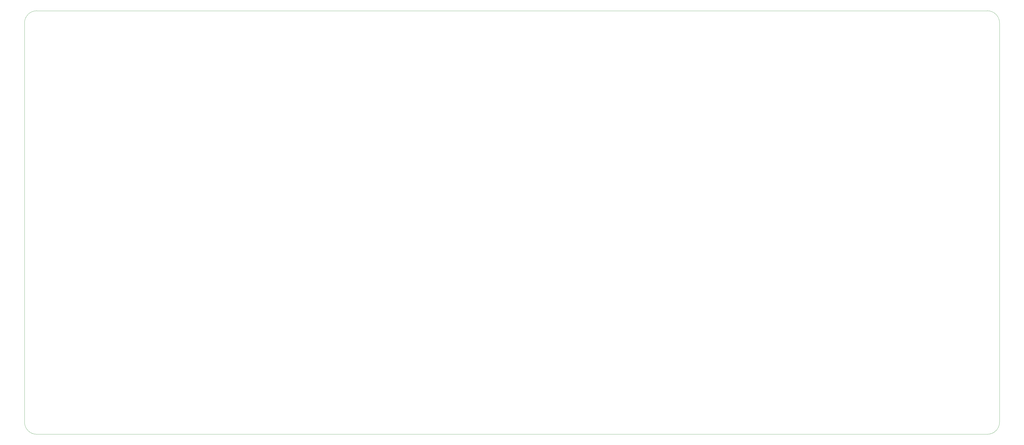
<source format=gbr>
%TF.GenerationSoftware,KiCad,Pcbnew,(6.0.0)*%
%TF.CreationDate,2022-03-02T09:47:07+01:00*%
%TF.ProjectId,pcb,7063622e-6b69-4636-9164-5f7063625858,rev?*%
%TF.SameCoordinates,Original*%
%TF.FileFunction,Profile,NP*%
%FSLAX46Y46*%
G04 Gerber Fmt 4.6, Leading zero omitted, Abs format (unit mm)*
G04 Created by KiCad (PCBNEW (6.0.0)) date 2022-03-02 09:47:07*
%MOMM*%
%LPD*%
G01*
G04 APERTURE LIST*
%TA.AperFunction,Profile*%
%ADD10C,0.100000*%
%TD*%
G04 APERTURE END LIST*
D10*
X103187500Y-126512500D02*
G75*
G03*
X98425000Y-131275000I0J-4762500D01*
G01*
X291131250Y-126512500D02*
X474662500Y-126512500D01*
X474662500Y-292100000D02*
G75*
G03*
X479425000Y-287337500I0J4762500D01*
G01*
X479425000Y-131275000D02*
G75*
G03*
X474662500Y-126512500I-4762500J0D01*
G01*
X98425000Y-287337500D02*
X98425000Y-131275000D01*
X479425000Y-149225000D02*
X479425000Y-131275000D01*
X285131250Y-126512500D02*
X103187500Y-126512500D01*
X374650000Y-292100000D02*
X103187500Y-292100000D01*
X479425000Y-287337500D02*
X479425000Y-149225000D01*
X374650000Y-292100000D02*
X474662500Y-292100000D01*
X98425000Y-287337500D02*
G75*
G03*
X103187500Y-292100000I4762500J0D01*
G01*
%TO.C,J1*%
X291131250Y-126512500D02*
X285131250Y-126512500D01*
%TD*%
M02*

</source>
